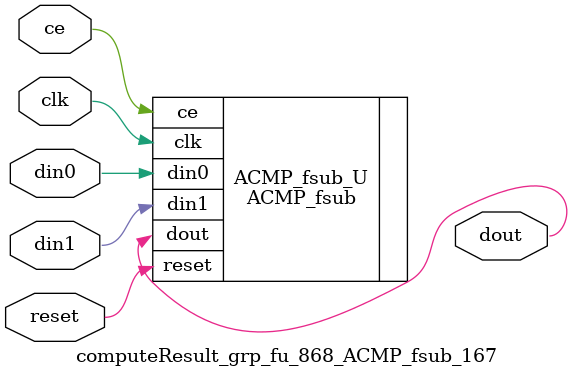
<source format=v>

`timescale 1 ns / 1 ps
module computeResult_grp_fu_868_ACMP_fsub_167(
    clk,
    reset,
    ce,
    din0,
    din1,
    dout);

parameter ID = 32'd1;
parameter NUM_STAGE = 32'd1;
parameter din0_WIDTH = 32'd1;
parameter din1_WIDTH = 32'd1;
parameter dout_WIDTH = 32'd1;
input clk;
input reset;
input ce;
input[din0_WIDTH - 1:0] din0;
input[din1_WIDTH - 1:0] din1;
output[dout_WIDTH - 1:0] dout;



ACMP_fsub #(
.ID( ID ),
.NUM_STAGE( 4 ),
.din0_WIDTH( din0_WIDTH ),
.din1_WIDTH( din1_WIDTH ),
.dout_WIDTH( dout_WIDTH ))
ACMP_fsub_U(
    .clk( clk ),
    .reset( reset ),
    .ce( ce ),
    .din0( din0 ),
    .din1( din1 ),
    .dout( dout ));

endmodule

</source>
